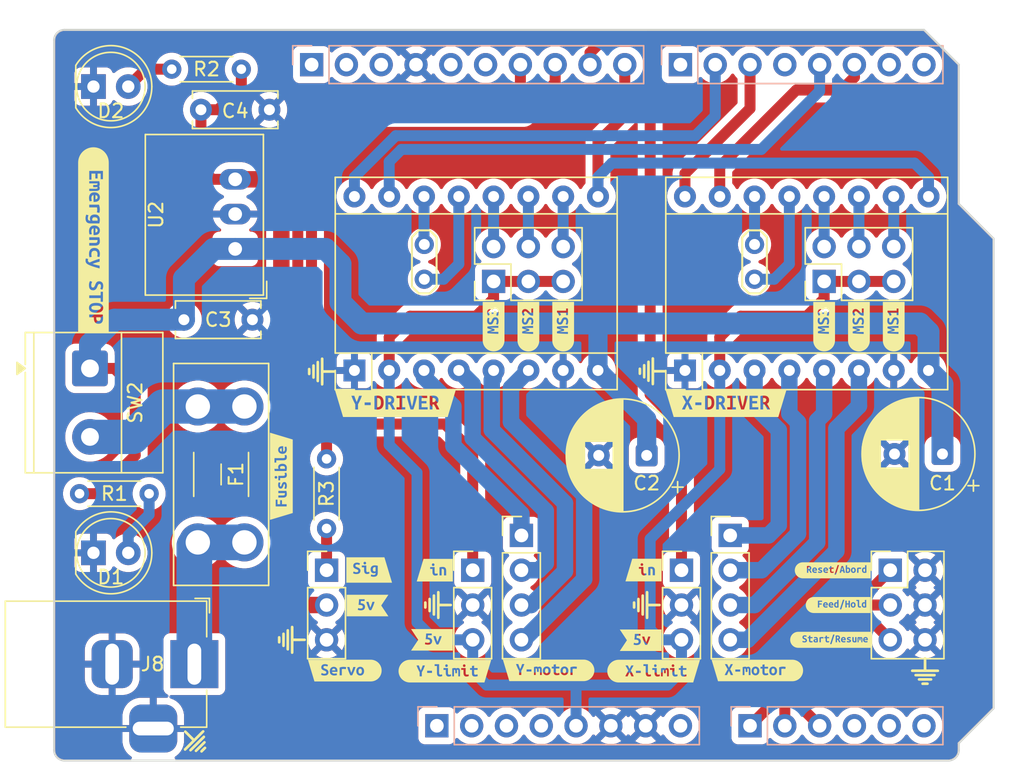
<source format=kicad_pcb>
(kicad_pcb (version 20241229) (generator "pcbnew") (generator_version "9.0")
  (title_block (date "mar. 31 mars 2015"))
  (layers (0 "F.Cu" signal) (2 "B.Cu" signal) (13 "F.Paste" user) (15 "B.Paste" user) (5 "F.SilkS" user "F.Silkscreen") (7 "B.SilkS" user "B.Silkscreen") (1 "F.Mask" user) (3 "B.Mask" user) (25 "Edge.Cuts" user))
  (net 0 "")
  (net 1 "GND")
  (net 3 "+5V")
  (net 4 "/IOREF")
  (net 5 "/A3")
  (net 6 "/SDA{slash}A4")
  (net 7 "/SCL{slash}A5")
  (net 8 "/13")
  (net 9 "/12")
  (net 10 "/AREF")
  (net 11 "Net-(A1-1B)")
  (net 12 "/7")
  (net 13 "+12V")
  (net 14 "EnMotors")
  (net 15 "/4")
  (net 16 "/TX{slash}1")
  (net 17 "/RX{slash}0")
  (net 18 "+3V3")
  (net 19 "VCC")
  (net 20 "/~{RESET}")
  (net 21 "Net-(A1-2B)")
  (net 22 "Net-(A1-1A)")
  (net 23 "Net-(A1-~{SLEEP})")
  (net 24 "Net-(A1-2A)")
  (net 25 "Net-(A1-~{RESET})")
  (net 26 "Servo")
  (net 27 "Y_Limit")
  (net 28 "X_Limit")
  (net 29 "Net-(D1-A)")
  (net 30 "Net-(A1-MS2)")
  (net 31 "X_DIR")
  (net 32 "Net-(A1-MS3)")
  (net 33 "Net-(A1-MS1)")
  (net 34 "X_STEP")
  (net 35 "Net-(A2-2B)")
  (net 36 "Y_DIR")
  (net 37 "Net-(A2-MS2)")
  (net 38 "Net-(A2-1A)")
  (net 39 "Net-(A2-2A)")
  (net 40 "Net-(A2-1B)")
  (net 41 "Y_STEP")
  (net 42 "Net-(A2-~{SLEEP})")
  (net 43 "Net-(A2-MS3)")
  (net 44 "Net-(A2-~{RESET})")
  (net 45 "Net-(A2-MS1)")
  (net 46 "Net-(F1-Pad1)")
  (net 47 "Net-(SW2-B)")
  (net 48 "Net-(D2-A)")
  (net 49 "+5P")
  (net 50 "Net-(J5-Pin_1)")
  (net 51 "Feed{slash}Hold")
  (net 52 "Start{slash}Resume")
  (net 53 "Reset{slash}Abord")
  (net 54 "/SCL")
  (net 55 "/SDA")
  (footprint "Connector_PinHeader_2.54mm:PinHeader_1x03_P2.54mm_Vertical" (layer "F.Cu") (at 130.556 86.106)
    (property "Reference" "J7" (hide yes))
    (property "Value" "Y-Limit-Switch")
    (pad "1" thru_hole rect (at 0 0) (size 1.7 1.7) (drill 1) (layers "*.Cu" "*.Mask") (net 27 "Y_Limit"))
    (pad "2" thru_hole circle (at 0 2.54) (size 1.7 1.7) (drill 1) (layers "*.Cu" "*.Mask") (net 1 "GND"))
    (pad "3" thru_hole circle (at 0 5.08) (size 1.7 1.7) (drill 1) (layers "*.Cu" "*.Mask") (net 3 "+5V"))
  )
  (footprint "kibuzzard-68AC6F3F" (layer "F.Cu") (at 143.023709 86.094066)
    (property "Reference" "kibuzzard-68AC6F3F" (hide yes))
    (property "Value" "G***" (hide yes))
  )
  (footprint "kibuzzard-68AC7035" (layer "F.Cu") (at 137.16 68.326 90)
    (property "Reference" "kibuzzard-68AC7035" (hide yes))
    (property "Value" "G***" (hide yes))
  )
  (footprint "LOGO" (layer "F.Cu") (at 143.256 88.646 -90)
    (property "Reference" "G***" (hide yes))
    (property "Value" "LOGO" (hide yes))
  )
  (footprint "kibuzzard-68AC6E2C" (layer "F.Cu") (at 143.764 93.472)
    (property "Reference" "kibuzzard-68AC6E2C" (hide yes))
    (property "Value" "G***" (hide yes))
  )
  (footprint "kibuzzard-68AC6E46" (layer "F.Cu") (at 151.333084 93.424961)
    (property "Reference" "kibuzzard-68AC6E46" (hide yes))
    (property "Value" "G***" (hide yes))
  )
  (footprint "Converter_DCDC:Converter_DCDC_RECOM_R-78E-0.5_THT" (layer "F.Cu") (at 113.21605 62.65023 90)
    (property "Reference" "U2" (at 2.49 -5.77405 90) (layer "F.SilkS"))
    (property "Value" "R-78E5.0-1.0")
    (pad "1" thru_hole rect (at 0 0 90) (size 1.5 2.3) (drill 1) (layers "*.Cu" "*.Mask") (net 13 "+12V"))
    (pad "2" thru_hole oval (at 2.54 0 90) (size 1.5 2.3) (drill 1) (layers "*.Cu" "*.Mask") (net 1 "GND"))
    (pad "3" thru_hole oval (at 5.08 0 90) (size 1.5 2.3) (drill 1) (layers "*.Cu" "*.Mask") (net 49 "+5P"))
  )
  (footprint "Capacitor_THT:CP_Radial_D8.0mm_P3.50mm" (layer "F.Cu") (at 143.256 77.724 180)
    (property "Reference" "C2" (at 0 -2.032 0) (layer "F.SilkS"))
    (property "Value" "100uF")
    (pad "1" thru_hole roundrect (at 0 0 180) (size 1.6 1.6) (drill 0.8) (layers "*.Cu" "*.Mask") (roundrect_rratio 0.15625) (net 13 "+12V"))
    (pad "2" thru_hole circle (at 3.5 0 180) (size 1.6 1.6) (drill 0.8) (layers "*.Cu" "*.Mask") (net 1 "GND"))
  )
  (footprint "kibuzzard-68AC6EF6" (layer "F.Cu") (at 127.577209 91.187816)
    (property "Reference" "kibuzzard-68AC6EF6" (hide yes))
    (property "Value" "G***" (hide yes))
  )
  (footprint "kibuzzard-68AC7082" (layer "F.Cu") (at 102.87 61.976 -90)
    (property "Reference" "kibuzzard-68AC7082" (hide yes))
    (property "Value" "G***" (hide yes))
  )
  (footprint "kibuzzard-68AC7035" (layer "F.Cu") (at 161.29 68.326 90)
    (property "Reference" "kibuzzard-68AC7035" (hide yes))
    (property "Value" "G***" (hide yes))
  )
  (footprint "kibuzzard-68AC6F3F" (layer "F.Cu") (at 127.785976 86.103939)
    (property "Reference" "kibuzzard-68AC6F3F" (hide yes))
    (property "Value" "G***" (hide yes))
  )
  (footprint "LED_THT:LED_D5.0mm" (layer "F.Cu") (at 102.87 84.836)
    (property "Reference" "D1" (at 1.27 1.778 0) (layer "F.SilkS"))
    (property "Value" "5mm RED")
    (pad "1" thru_hole rect (at 0 0) (size 1.8 1.8) (drill 0.9) (layers "*.Cu" "*.Mask") (net 1 "GND"))
    (pad "2" thru_hole circle (at 2.54 0) (size 1.8 1.8) (drill 0.9) (layers "*.Cu" "*.Mask") (net 29 "Net-(D1-A)"))
  )
  (footprint "kibuzzard-68AC6F9A" (layer "F.Cu") (at 156.718 91.186)
    (property "Reference" "kibuzzard-68AC6F9A" (hide yes))
    (property "Value" "G***" (hide yes))
  )
  (footprint "kibuzzard-68AC7044" (layer "F.Cu") (at 134.62 68.326 90)
    (property "Reference" "kibuzzard-68AC7044" (hide yes))
    (property "Value" "G***" (hide yes))
  )
  (footprint "Resistor_THT:R_Axial_DIN0204_L3.6mm_D1.6mm_P5.08mm_Horizontal" (layer "F.Cu") (at 113.665 49.53 180)
    (property "Reference" "R2" (at 2.54 0 0) (layer "F.SilkS"))
    (property "Value" "1K")
    (pad "1" thru_hole circle (at 0 0 180) (size 1.4 1.4) (drill 0.7) (layers "*.Cu" "*.Mask") (net 49 "+5P"))
    (pad "2" thru_hole circle (at 5.08 0 180) (size 1.4 1.4) (drill 0.7) (layers "*.Cu" "*.Mask") (net 48 "Net-(D2-A)"))
  )
  (footprint "Connector_PinHeader_2.54mm:PinHeader_1x03_P2.54mm_Vertical" (layer "F.Cu") (at 119.888 86.106)
    (property "Reference" "J5" (hide yes))
    (property "Value" "Servomoteur")
    (pad "1" thru_hole rect (at 0 0) (size 1.7 1.7) (drill 1) (layers "*.Cu" "*.Mask") (net 50 "Net-(J5-Pin_1)"))
    (pad "2" thru_hole circle (at 0 2.54) (size 1.7 1.7) (drill 1) (layers "*.Cu" "*.Mask") (net 49 "+5P"))
    (pad "3" thru_hole circle (at 0 5.08) (size 1.7 1.7) (drill 1) (layers "*.Cu" "*.Mask") (net 1 "GND"))
  )
  (footprint "kibuzzard-68AC6E4C" (layer "F.Cu") (at 136.097618 93.417355)
    (property "Reference" "kibuzzard-68AC6E4C" (hide yes))
    (property "Value" "G***" (hide yes))
  )
  (footprint "Connector_PinHeader_2.54mm:PinHeader_1x04_P2.54mm_Vertical" (layer "F.Cu") (at 149.352 83.566)
    (property "Reference" "J9" (hide yes))
    (property "Value" "X_Stepper")
    (pad "1" thru_hole rect (at 0 0) (size 1.7 1.7) (drill 1) (layers "*.Cu" "*.Mask") (net 11 "Net-(A1-1B)"))
    (pad "2" thru_hole circle (at 0 2.54) (size 1.7 1.7) (drill 1) (layers "*.Cu" "*.Mask") (net 22 "Net-(A1-1A)"))
    (pad "3" thru_hole circle (at 0 5.08) (size 1.7 1.7) (drill 1) (layers "*.Cu" "*.Mask") (net 24 "Net-(A1-2A)"))
    (pad "4" thru_hole circle (at 0 7.62) (size 1.7 1.7) (drill 1) (layers "*.Cu" "*.Mask") (net 21 "Net-(A1-2B)"))
  )
  (footprint "Connector_PinHeader_2.54mm:PinHeader_2x03_P2.54mm_Vertical" (layer "F.Cu") (at 161.036 86.106)
    (property "Reference" "J13" (hide yes))
    (property "Value" "HID")
    (pad "1" thru_hole rect (at 0 0) (size 1.7 1.7) (drill 1) (layers "*.Cu" "*.Mask") (net 53 "Reset{slash}Abord"))
    (pad "2" thru_hole circle (at 2.54 0) (size 1.7 1.7) (drill 1) (layers "*.Cu" "*.Mask") (net 1 "GND"))
    (pad "3" thru_hole circle (at 0 2.54) (size 1.7 1.7) (drill 1) (layers "*.Cu" "*.Mask") (net 51 "Feed{slash}Hold"))
    (pad "4" thru_hole circle (at 2.54 2.54) (size 1.7 1.7) (drill 1) (layers "*.Cu" "*.Mask") (net 1 "GND"))
    (pad "5" thru_hole circle (at 0 5.08) (size 1.7 1.7) (drill 1) (layers "*.Cu" "*.Mask") (net 52 "Start{slash}Resume"))
    (pad "6" thru_hole circle (at 2.54 5.08) (size 1.7 1.7) (drill 1) (layers "*.Cu" "*.Mask") (net 1 "GND"))
  )
  (footprint "Connector_PinHeader_2.54mm:PinHeader_1x04_P2.54mm_Vertical" (layer "F.Cu") (at 134.112 83.566)
    (property "Reference" "J12" (hide yes))
    (property "Value" "Y_Stepper")
    (pad "1" thru_hole rect (at 0 0) (size 1.7 1.7) (drill 1) (layers "*.Cu" "*.Mask") (net 40 "Net-(A2-1B)"))
    (pad "2" thru_hole circle (at 0 2.54) (size 1.7 1.7) (drill 1) (layers "*.Cu" "*.Mask") (net 38 "Net-(A2-1A)"))
    (pad "3" thru_hole circle (at 0 5.08) (size 1.7 1.7) (drill 1) (layers "*.Cu" "*.Mask") (net 39 "Net-(A2-2A)"))
    (pad "4" thru_hole circle (at 0 7.62) (size 1.7 1.7) (drill 1) (layers "*.Cu" "*.Mask") (net 35 "Net-(A2-2B)"))
  )
  (footprint "Connector_BarrelJack:BarrelJack_Horizontal" (layer "F.Cu") (at 110.236 92.964)
    (property "Reference" "J8" (at -3.048 0 0) (layer "F.SilkS"))
    (property "Value" "Barrel_Jack_Switch")
    (pad "1" thru_hole rect (at 0 0) (size 3.5 3.5) (drill oval 1 3) (layers "*.Cu" "*.Mask") (net 46 "Net-(F1-Pad1)"))
    (pad "2" thru_hole roundrect (at -6 0) (size 3 3.5) (drill oval 1 3) (layers "*.Cu" "*.Mask") (net 1 "GND"))
    (pad "3" thru_hole roundrect (at -3 4.7) (size 3.5 3.5) (drill oval 3 1) (layers "*.Cu" "*.Mask") (net 1 "GND"))
  )
  (footprint "LOGO" (layer "F.Cu") (at 143.677724 71.581088 -90)
    (property "Reference" "G***" (hide yes))
    (property "Value" "LOGO" (hide yes))
  )
  (footprint "kibuzzard-68AC6FF4" (layer "F.Cu") (at 124.91029 73.938602)
    (property "Reference" "kibuzzard-68AC6FF4" (hide yes))
    (property "Value" "G***" (hide yes))
  )
  (footprint "kibuzzard-68AC6EBA" (layer "F.Cu") (at 121.216022 93.431655)
    (property "Reference" "kibuzzard-68AC6EBA" (hide yes))
    (property "Value" "G***" (hide yes))
  )
  (footprint "kibuzzard-68AC7044" (layer "F.Cu") (at 158.75 68.326 90)
    (property "Reference" "kibuzzard-68AC7044" (hide yes))
    (property "Value" "G***" (hide yes))
  )
  (footprint "Module:Pololu_Breakout-16_15.2x20.3mm" (layer "F.Cu") (at 146.05 71.524 90)
    (property "Reference" "A1" (hide yes))
    (property "Value" "Pololu_Breakout_A4988")
    (pad "1" thru_hole rect (at 0 0 90) (size 1.6 1.6) (drill 0.8) (layers "*.Cu" "*.Mask") (net 1 "GND"))
    (pad "2" thru_hole oval (at 0 2.54 90) (size 1.6 1.6) (drill 0.8) (layers "*.Cu" "*.Mask") (net 3 "+5V"))
    (pad "3" thru_hole oval (at 0 5.08 90) (size 1.6 1.6) (drill 0.8) (layers "*.Cu" "*.Mask") (net 11 "Net-(A1-1B)"))
    (pad "4" thru_hole oval (at 0 7.62 90) (size 1.6 1.6) (drill 0.8) (layers "*.Cu" "*.Mask") (net 22 "Net-(A1-1A)"))
    (pad "5" thru_hole oval (at 0 10.16 90) (size 1.6 1.6) (drill 0.8) (layers "*.Cu" "*.Mask") (net 24 "Net-(A1-2A)"))
    (pad "6" thru_hole oval (at 0 12.7 90) (size 1.6 1.6) (drill 0.8) (layers "*.Cu" "*.Mask") (net 21 "Net-(A1-2B)"))
    (pad "7" thru_hole oval (at 0 15.24 90) (size 1.6 1.6) (drill 0.8) (layers "*.Cu" "*.Mask") (net 1 "GND"))
    (pad "8" thru_hole oval (at 0 17.78 90) (size 1.6 1.6) (drill 0.8) (layers "*.Cu" "*.Mask") (net 13 "+12V"))
    (pad "9" thru_hole oval (at 12.7 17.78 90) (size 1.6 1.6) (drill 0.8) (layers "*.Cu" "*.Mask") (net 14 "EnMotors"))
    (pad "10" thru_hole oval (at 12.7 15.24 90) (size 1.6 1.6) (drill 0.8) (layers "*.Cu" "*.Mask") (net 33 "Net-(A1-MS1)"))
    (pad "11" thru_hole oval (at 12.7 12.7 90) (size 1.6 1.6) (drill 0.8) (layers "*.Cu" "*.Mask") (net 30 "Net-(A1-MS2)"))
    (pad "12" thru_hole oval (at 12.7 10.16 90) (size 1.6 1.6) (drill 0.8) (layers "*.Cu" "*.Mask") (net 32 "Net-(A1-MS3)"))
    (pad "13" thru_hole oval (at 12.7 7.62 90) (size 1.6 1.6) (drill 0.8) (layers "*.Cu" "*.Mask") (net 25 "Net-(A1-~{RESET})"))
    (pad "14" thru_hole oval (at 12.7 5.08 90) (size 1.6 1.6) (drill 0.8) (layers "*.Cu" "*.Mask") (net 23 "Net-(A1-~{SLEEP})"))
    (pad "15" thru_hole oval (at 12.7 2.54 90) (size 1.6 1.6) (drill 0.8) (layers "*.Cu" "*.Mask") (net 34 "X_STEP"))
    (pad "16" thru_hole oval (at 12.7 0 90) (size 1.6 1.6) (drill 0.8) (layers "*.Cu" "*.Mask") (net 31 "X_DIR"))
  )
  (footprint "Capacitor_THT:CP_Radial_D8.0mm_P3.50mm" (layer "F.Cu") (at 164.847651 77.619 180)
    (property "Reference" "C1" (at 0.001651 -2.137 0) (layer "F.SilkS"))
    (property "Value" "100uF")
    (pad "1" thru_hole roundrect (at 0 0 180) (size 1.6 1.6) (drill 0.8) (layers "*.Cu" "*.Mask") (roundrect_rratio 0.15625) (net 13 "+12V"))
    (pad "2" thru_hole circle (at 3.5 0 180) (size 1.6 1.6) (drill 0.8) (layers "*.Cu" "*.Mask") (net 1 "GND"))
  )
  (footprint "TestPoint:TestPoint_2Pads_Pitch2.54mm_Drill0.8mm" (layer "F.Cu") (at 151.13 62.324 -90)
    (property "Reference" "JP1" (hide yes))
    (property "Value" "Jumper_2_Open")
    (pad "1" thru_hole circle (at 0 0 270) (size 1.4 1.4) (drill 0.8) (layers "*.Cu" "*.Mask") (net 23 "Net-(A1-~{SLEEP})"))
    (pad "2" thru_hole circle (at 2.54 0 270) (size 1.4 1.4) (drill 0.8) (layers "*.Cu" "*.Mask") (net 25 "Net-(A1-~{RESET})"))
  )
  (footprint "Fuse:Fuseholder_Blade_Mini_Keystone_3568" (layer "F.Cu") (at 110.49 84.074 90)
    (property "Reference" "F1" (at 4.96 2.794 90) (layer "F.SilkS"))
    (property "Value" "Fuse")
    (pad "1" thru_hole circle (at 0 0 90) (size 2.78 2.78) (drill 1.78) (layers "*.Cu" "*.Mask") (net 46 "Net-(F1-Pad1)"))
    (pad "1" thru_hole circle (at 0 3.4 90) (size 2.78 2.78) (drill 1.78) (layers "*.Cu" "*.Mask") (net 46 "Net-(F1-Pad1)"))
    (pad "2" thru_hole circle (at 9.92 0 90) (size 2.78 2.78) (drill 1.78) (layers "*.Cu" "*.Mask") (net 47 "Net-(SW2-B)"))
    (pad "2" thru_hole circle (at 9.92 3.4 90) (size 2.78 2.78) (drill 1.78) (layers "*.Cu" "*.Mask") (net 47 "Net-(SW2-B)"))
  )
  (footprint "kibuzzard-68AC6EE0" (layer "F.Cu") (at 122.878734 88.683372)
    (property "Reference" "kibuzzard-68AC6EE0" (hide yes))
    (property "Value" "G***" (hide yes))
  )
  (footprint "kibuzzard-68AC7048" (layer "F.Cu") (at 132.08 68.326 90)
    (property "Reference" "kibuzzard-68AC7048" (hide yes))
    (property "Value" "G***" (hide yes))
  )
  (footprint "kibuzzard-68AC7048" (layer "F.Cu") (at 156.21 68.326 90)
    (property "Reference" "kibuzzard-68AC7048" (hide yes))
    (property "Value" "G***" (hide yes))
  )
  (footprint "kibuzzard-68AC71B3" (layer "F.Cu") (at 116.586 79.248 90)
    (property "Reference" "kibuzzard-68AC71B3" (hide yes))
    (property "Value" "G***" (hide yes))
  )
  (footprint "Resistor_THT:R_Axial_DIN0204_L3.6mm_D1.6mm_P5.08mm_Horizontal" (layer "F.Cu") (at 101.854 80.518)
    (property "Reference" "R1" (at 2.54 0 0) (layer "F.SilkS"))
    (property "Value" "1K")
    (pad "1" thru_hole circle (at 0 0) (size 1.4 1.4) (drill 0.7) (layers "*.Cu" "*.Mask") (net 13 "+12V"))
    (pad "2" thru_hole circle (at 5.08 0) (size 1.4 1.4) (drill 0.7) (layers "*.Cu" "*.Mask") (net 29 "Net-(D1-A)"))
  )
  (footprint "Connector_PinHeader_2.54mm:PinHeader_1x03_P2.54mm_Vertical" (layer "F.Cu") (at 145.796 86.106)
    (property "Reference" "J6" (hide yes))
    (property "Value" "X-Limit-Switch")
    (pad "1" thru_hole rect (at 0 0) (size 1.7 1.7) (drill 1) (layers "*.Cu" "*.Mask") (net 28 "X_Limit"))
    (pad "2" thru_hole circle (at 0 2.54) (size 1.7 1.7) (drill 1) (layers "*.Cu" "*.Mask") (net 1 "GND"))
    (pad "3" thru_hole circle (at 0 5.08) (size 1.7 1.7) (drill 1) (layers "*.Cu" "*.Mask") (net 3 "+5V"))
  )
  (footprint "kibuzzard-68AC7005" (layer "F.Cu") (at 149.046439 73.938602)
    (property "Reference" "kibuzzard-68AC7005" (hide yes))
    (property "Value" "G***" (hide yes))
  )
  (footprint "kibuzzard-68AC6F70" (layer "F.Cu") (at 156.833288 86.112793)
    (property "Reference" "kibuzzard-68AC6F70" (hide yes))
    (property "Value" "G***" (hide yes))
  )
  (footprint "Connector_PinHeader_2.54mm:PinHeader_2x03_P2.54mm_Vertical" (layer "F.Cu") (at 156.21 65.024 90)
    (property "Reference" "J10" (hide yes))
    (property "Value" "Microstepping")
    (pad "1" thru_hole rect (at 0 0 90) (size 1.7 1.7) (drill 1) (layers "*.Cu" "*.Mask") (net 3 "+5V"))
    (pad "2" thru_hole circle (at 2.54 0 90) (size 1.7 1.7) (drill 1) (layers "*.Cu" "*.Mask") (net 32 "Net-(A1-MS3)"))
    (pad "3" thru_hole circle (at 0 2.54 90) (size 1.7 1.7) (drill 1) (layers "*.Cu" "*.Mask") (net 3 "+5V"))
    (pad "4" thru_hole circle (at 2.54 2.54 90) (size 1.7 1.7) (drill 1) (layers "*.Cu" "*.Mask") (net 30 "Net-(A1-MS2)"))
    (pad "5" thru_hole circle (at 0 5.08 90) (size 1.7 1.7) (drill 1) (layers "*.Cu" "*.Mask") (net 3 "+5V"))
    (pad "6" thru_hole circle (at 2.54 5.08 90) (size 1.7 1.7) (drill 1) (layers "*.Cu" "*.Mask") (net 33 "Net-(A1-MS1)"))
  )
  (footprint "LOGO" (layer "F.Cu") (at 163.576 93.472)
    (property "Reference" "G***" (hide yes))
    (property "Value" "LOGO" (hide yes))
  )
  (footprint "LOGO" (layer "F.Cu") (at 119.537899 71.6005 -90)
    (property "Reference" "G***" (hide yes))
    (property "Value" "LOGO" (hide yes))
  )
  (footprint "Connector_PinHeader_2.54mm:PinHeader_2x03_P2.54mm_Vertical" (layer "F.Cu") (at 132.08 65.024 90)
    (property "Reference" "J11" (hide yes))
    (property "Value" "Microstepping")
    (pad "1" thru_hole rect (at 0 0 90) (size 1.7 1.7) (drill 1) (layers "*.Cu" "*.Mask") (net 3 "+5V"))
    (pad "2" thru_hole circle (at 2.54 0 90) (size 1.7 1.7) (drill 1) (layers "*.Cu" "*.Mask") (net 43 "Net-(A2-MS3)"))
    (pad "3" thru_hole circle (at 0 2.54 90) (size 1.7 1.7) (drill 1) (layers "*.Cu" "*.Mask") (net 3 "+5V"))
    (pad "4" thru_hole circle (at 2.54 2.54 90) (size 1.7 1.7) (drill 1) (layers "*.Cu" "*.Mask") (net 37 "Net-(A2-MS2)"))
    (pad "5" thru_hole circle (at 0 5.08 90) (size 1.7 1.7) (drill 1) (layers "*.Cu" "*.Mask") (net 3 "+5V"))
    (pad "6" thru_hole circle (at 2.54 5.08 90) (size 1.7 1.7) (drill 1) (layers "*.Cu" "*.Mask") (net 45 "Net-(A2-MS1)"))
  )
  (footprint "kibuzzard-68AC6E26" (layer "F.Cu") (at 128.524 93.472)
    (property "Reference" "kibuzzard-68AC6E26" (hide yes))
    (property "Value" "G***" (hide yes))
  )
  (footprint "TestPoint:TestPoint_2Pads_Pitch2.54mm_Drill0.8mm" (layer "F.Cu") (at 127.02 62.324 -90)
    (property "Reference" "JP2" (hide yes))
    (property "Value" "Jumper_2_Open")
    (pad "1" thru_hole circle (at 0 0 270) (size 1.4 1.4) (drill 0.8) (layers "*.Cu" "*.Mask") (net 42 "Net-(A2-~{SLEEP})"))
    (pad "2" thru_hole circle (at 2.54 0 270) (size 1.4 1.4) (drill 0.8) (layers "*.Cu" "*.Mask") (net 44 "Net-(A2-~{RESET})"))
  )
  (footprint "LOGO" (layer "F.Cu") (at 117.348 91.186 -90)
    (property "Reference" "G***" (hide yes))
    (property "Value" "LOGO" (hide yes))
  )
  (footprint "LED_THT:LED_D5.0mm" (layer "F.Cu") (at 102.87 50.8)
    (property "Reference" "D2" (at 1.27 1.778 0) (layer "F.SilkS"))
    (property "Value" "5mm Green")
    (pad "1" thru_hole rect (at 0 0) (size 1.8 1.8) (drill 0.9) (layers "*.Cu" "*.Mask") (net 1 "GND"))
    (pad "2" thru_hole circle (at 2.54 0) (size 1.8 1.8) (drill 0.9) (layers "*.Cu" "*.Mask") (net 48 "Net-(D2-A)"))
  )
  (footprint "TerminalBlock_Phoenix:TerminalBlock_Phoenix_MKDS-1,5-2_1x02_P5.00mm_Horizontal" (layer "F.Cu") (at 102.616 71.374 -90)
    (property "Reference" "SW2" (at 2.5 -3.302 90) (layer "F.SilkS"))
    (property "Value" "Emergency_Stop")
    (pad "1" thru_hole roundrect (at 0 0 270) (size 2.6 2.6) (drill 1.3) (layers "*.Cu" "*.Mask") (roundrect_rratio 0.096154) (net 13 "+12V"))
    (pad "2" thru_hole circle (at 5 0 270) (size 2.6 2.6) (drill 1.3) (layers "*.Cu" "*.Mask") (net 47 "Net-(SW2-B)"))
  )
  (footprint "LOGO" (layer "F.Cu") (at 110.236 98.552 45)
    (property "Reference" "G***" (hide yes))
    (property "Value" "LOGO" (hide yes))
  )
  (footprint "kibuzzard-68AC6EF6" (layer "F.Cu") (at 142.813359 91.218033)
    (property "Reference" "kibuzzard-68AC6EF6" (hide yes))
    (property "Value" "G***" (hide yes))
  )
  (footprint "kibuzzard-68AC6F8C" (layer "F.Cu") (at 157.226 88.646)
    (property "Reference" "kibuzzard-68AC6F8C" (hide yes))
    (property "Value" "G***" (hide yes))
  )
  (footprint "Capacitor_THT:C_Disc_D6.0mm_W2.5mm_P5.00mm" (layer "F.Cu") (at 109.474 67.818)
    (property "Reference" "C3" (at 2.5 0 0) (layer "F.SilkS"))
    (property "Value" "10uF 25V")
    (pad "1" thru_hole circle (at 0 0) (size 1.6 1.6) (drill 0.8) (layers "*.Cu" "*.Mask") (net 13 "+12V"))
    (pad "2" thru_hole circle (at 5 0) (size 1.6 1.6) (drill 0.8) (layers "*.Cu" "*.Mask") (net 1 "GND"))
  )
  (footprint "Module:Pololu_Breakout-16_15.2x20.3mm" (layer "F.Cu") (at 121.92 71.524 90)
    (property "Reference" "A2" (hide yes))
    (property "Value" "Pololu_Breakout_A4988")
    (pad "1" thru_hole rect (at 0 0 90) (size 1.6 1.6) (drill 0.8) (layers "*.Cu" "*.Mask") (net 1 "GND"))
    (pad "2" thru_hole oval (at 0 2.54 90) (size 1.6 1.6) (drill 0.8) (layers "*.Cu" "*.Mask") (net 3 "+5V"))
    (pad "3" thru_hole oval (at 0 5.08 90) (size 1.6 1.6) (drill 0.8) (layers "*.Cu" "*.Mask") (net 40 "Net-(A2-1B)"))
    (pad "4" thru_hole oval (at 0 7.62 90) (size 1.6 1.6) (drill 0.8) (layers "*.Cu" "*.Mask") (net 38 "Net-(A2-1A)"))
    (pad "5" thru_hole oval (at 0 10.16 90) (size 1.6 1.6) (drill 0.8) (layers "*.Cu" "*.Mask") (net 39 "Net-(A2-2A)"))
    (pad "6" thru_hole oval (at 0 12.7 90) (size 1.6 1.6) (drill 0.8) (layers "*.Cu" "*.Mask") (net 35 "Net-(A2-2B)"))
    (pad "7" thru_hole oval (at 0 15.24 90) (size 1.6 1.6) (drill 0.8) (layers "*.Cu" "*.Mask") (net 1 "GND"))
    (pad "8" thru_hole oval (at 0 17.78 90) (size 1.6 1.6) (drill 0.8) (layers "*.Cu" "*.Mask") (net 13 "+12V"))
    (pad "9" thru_hole oval (at 12.7 17.78 90) (size 1.6 1.6) (drill 0.8) (layers "*.Cu" "*.Mask") (net 14 "EnMotors"))
    (pad "10" thru_hole oval (at 12.7 15.24 90) (size 1.6 1.6) (drill 0.8) (layers "*.Cu" "*.Mask") (net 45 "Net-(A2-MS1)"))
    (pad "11" thru_hole oval (at 12.7 12.7 90) (size 1.6 1.6) (drill 0.8) (layers "*.Cu" "*.Mask") (net 37 "Net-(A2-MS2)"))
    (pad "12" thru_hole oval (at 12.7 10.16 90) (size 1.6 1.6) (drill 0.8) (layers "*.Cu" "*.Mask") (net 43 "Net-(A2-MS3)"))
    (pad "13" thru_hole oval (at 12.7 7.62 90) (size 1.6 1.6) (drill 0.8) (layers "*.Cu" "*.Mask") (net 44 "Net-(A2-~{RESET})"))
    (pad "14" thru_hole oval (at 12.7 5.08 90) (size 1.6 1.6) (drill 0.8) (layers "*.Cu" "*.Mask") (net 42 "Net-(A2-~{SLEEP})"))
    (pad "15" thru_hole oval (at 12.7 2.54 90) (size 1.6 1.6) (drill 0.8) (layers "*.Cu" "*.Mask") (net 41 "Y_STEP"))
    (pad "16" thru_hole oval (at 12.7 0 90) (size 1.6 1.6) (drill 0.8) (layers "*.Cu" "*.Mask") (net 36 "Y_DIR"))
  )
  (footprint "Capacitor_THT:C_Disc_D6.0mm_W2.5mm_P5.00mm" (layer "F.Cu") (at 110.71605 52.49023)
    (property "Reference" "C4" (at 2.5 0.08777 0) (layer "F.SilkS"))
    (property "Value" "10uF 25V")
    (pad "1" thru_hole circle (at 0 0) (size 1.6 1.6) (drill 0.8) (layers "*.Cu" "*.Mask") (net 49 "+5P"))
    (pad "2" thru_hole circle (at 5 0) (size 1.6 1.6) (drill 0.8) (layers "*.Cu" "*.Mask") (net 1 "GND"))
  )
  (footprint "LOGO" (layer "F.Cu") (at 128.016 88.646 -90)
    (property "Reference" "G***" (hide yes))
    (property "Value" "LOGO" (hide yes))
  )
  (footprint "kibuzzard-68AC6F25" (layer "F.Cu") (at 123.000528 86.090062)
    (property "Reference" "kibuzzard-68AC6F25" (hide yes))
    (property "Value" "G***" (hide yes))
  )
  (footprint "Resistor_THT:R_Axial_DIN0204_L3.6mm_D1.6mm_P5.08mm_Horizontal" (layer "F.Cu") (at 119.888 77.978 -90)
    (property "Reference" "R3" (at 2.54 0 90) (layer "F.SilkS"))
    (property "Value" "220")
    (pad "1" thru_hole circle (at 0 0 270) (size 1.4 1.4) (drill 0.7) (layers "*.Cu" "*.Mask") (net 26 "Servo"))
    (pad "2" thru_hole circle (at 5.08 0 270) (size 1.4 1.4) (drill 0.7) (layers "*.Cu" "*.Mask") (net 50 "Net-(J5-Pin_1)"))
  )
  (footprint "Connector_PinHeader_2.54mm:PinHeader_1x08_P2.54mm_Vertical" (layer "B.Cu") (at 127.94 97.46 -90)
    (property "Reference" "J1" (hide yes))
    (property "Value" "Power")
    (pad "1" thru_hole rect (at 0 0 270) (size 1.7 1.7) (drill 1) (layers "*.Cu" "*.Mask"))
    (pad "2" thru_hole circle (at 0 -2.54 270) (size 1.7 1.7) (drill 1) (layers "*.Cu" "*.Mask") (net 4 "/IOREF"))
    (pad "3" thru_hole circle (at 0 -5.08 270) (size 1.7 1.7) (drill 1) (layers "*.Cu" "*.Mask") (net 20 "/~{RESET}"))
    (pad "4" thru_hole circle (at 0 -7.62 270) (size 1.7 1.7) (drill 1) (layers "*.Cu" "*.Mask") (net 18 "+3V3"))
    (pad "5" thru_hole circle (at 0 -10.16 270) (size 1.7 1.7) (drill 1) (layers "*.Cu" "*.Mask") (net 3 "+5V"))
    (pad "6" thru_hole circle (at 0 -12.7 270) (size 1.7 1.7) (drill 1) (layers "*.Cu" "*.Mask") (net 1 "GND"))
    (pad "7" thru_hole circle (at 0 -15.24 270) (size 1.7 1.7) (drill 1) (layers "*.Cu" "*.Mask") (net 1 "GND"))
    (pad "8" thru_hole circle (at 0 -17.78 270) (size 1.7 1.7) (drill 1) (layers "*.Cu" "*.Mask") (net 19 "VCC"))
  )
  (footprint "Connector_PinHeader_2.54mm:PinHeader_1x06_P2.54mm_Vertical" (layer "B.Cu") (at 150.8 97.46 -90)
    (property "Reference" "J3" (hide yes))
    (property "Value" "Analog")
    (pad "1" thru_hole rect (at 0 0 270) (size 1.7 1.7) (drill 1) (layers "*.Cu" "*.Mask") (net 53 "Reset{slash}Abord"))
    (pad "2" thru_hole circle (at 0 -2.54 270) (size 1.7 1.7) (drill 1) (layers "*.Cu" "*.Mask") (net 51 "Feed{slash}Hold"))
    (pad "3" thru_hole circle (at 0 -5.08 270) (size 1.7 1.7) (drill 1) (layers "*.Cu" "*.Mask") (net 52 "Start{slash}Resume"))
    (pad "4" thru_hole circle (at 0 -7.62 270) (size 1.7 1.7) (drill 1) (layers "*.Cu" "*.Mask") (net 5 "/A3"))
    (pad "5" thru_hole circle (at 0 -10.16 270) (size 1.7 1.7) (drill 1) (layers "*.Cu" "*.Mask") (net 6 "/SDA{slash}A4"))
    (pad "6" thru_hole circle (at 0 -12.7 270) (size 1.7 1.7) (drill 1) (layers "*.Cu" "*.Mask") (net 7 "/SCL{slash}A5"))
  )
  (footprint "Connector_PinHeader_2.54mm:PinHeader_1x10_P2.54mm_Vertical" (layer "B.Cu") (at 118.796 49.2 -90)
    (property "Reference" "J2" (hide yes))
    (property "Value" "Digital/PWM")
    (pad "1" thru_hole rect (at 0 0 270) (size 1.7 1.7) (drill 1) (layers "*.Cu" "*.Mask") (net 54 "/SCL"))
    (pad "2" thru_hole circle (at 0 -2.54 270) (size 1.7 1.7) (drill 1) (layers "*.Cu" "*.Mask") (net 55 "/SDA"))
    (pad "3" thru_hole circle (at 0 -5.08 270) (size 1.7 1.7) (drill 1) (layers "*.Cu" "*.Mask") (net 10 "/AREF"))
    (pad "4" thru_hole circle (at 0 -7.62 270) (size 1.7 1.7) (drill 1) (layers "*.Cu" "*.Mask") (net 1 "GND"))
    (pad "5" thru_hole circle (at 0 -10.16 270) (size 1.7 1.7) (drill 1) (layers "*.Cu" "*.Mask") (net 8 "/13"))
    (pad "6" thru_hole circle (at 0 -12.7 270) (size 1.7 1.7) (drill 1) (layers "*.Cu" "*.Mask") (net 9 "/12"))
    (pad "7" thru_hole circle (at 0 -15.24 270) (size 1.7 1.7) (drill 1) (layers "*.Cu" "*.Mask") (net 26 "Servo"))
    (pad "8" thru_hole circle (at 0 -17.78 270) (size 1.7 1.7) (drill 1) (layers "*.Cu" "*.Mask") (net 27 "Y_Limit"))
    (pad "9" thru_hole circle (at 0 -20.32 270) (size 1.7 1.7) (drill 1) (layers "*.Cu" "*.Mask") (net 28 "X_Limit"))
    (pad "10" thru_hole circle (at 0 -22.86 270) (size 1.7 1.7) (drill 1) (layers "*.Cu" "*.Mask") (net 14 "EnMotors"))
  )
  (footprint "Connector_PinHeader_2.54mm:PinHeader_1x08_P2.54mm_Vertical" (layer "B.Cu") (at 145.72 49.2 -90)
    (property "Reference" "J4" (hide yes))
    (property "Value" "Digital/PWM")
    (pad "1" thru_hole rect (at 0 0 270) (size 1.7 1.7) (drill 1) (layers "*.Cu" "*.Mask") (net 12 "/7"))
    (pad "2" thru_hole circle (at 0 -2.54 270) (size 1.7 1.7) (drill 1) (layers "*.Cu" "*.Mask") (net 36 "Y_DIR"))
    (pad "3" thru_hole circle (at 0 -5.08 270) (size 1.7 1.7) (drill 1) (layers "*.Cu" "*.Mask") (net 31 "X_DIR"))
    (pad "4" thru_hole circle (at 0 -7.62 270) (size 1.7 1.7) (drill 1) (layers "*.Cu" "*.Mask") (net 15 "/4"))
    (pad "5" thru_hole circle (at 0 -10.16 270) (size 1.7 1.7) (drill 1) (layers "*.Cu" "*.Mask") (net 41 "Y_STEP"))
    (pad "6" thru_hole circle (at 0 -12.7 270) (size 1.7 1.7) (drill 1) (layers "*.Cu" "*.Mask") (net 34 "X_STEP"))
    (pad "7" thru_hole circle (at 0 -15.24 270) (size 1.7 1.7) (drill 1) (layers "*.Cu" "*.Mask") (net 16 "/TX{slash}1"))
    (pad "8" thru_hole circle (at 0 -17.78 270) (size 1.7 1.7) (drill 1) (layers "*.Cu" "*.Mask") (net 17 "/RX{slash}0"))
  )
  (gr_line (start 166.04 59.36) (end 168.58 61.9) (stroke (width 0.15)) (layer "Edge.Cuts"))
  (gr_line (start 100 99.238) (end 100 47.422) (stroke (width 0.15)) (layer "Edge.Cuts"))
  (gr_line (start 168.58 61.9) (end 168.58 96.19) (stroke (width 0.15)) (layer "Edge.Cuts"))
  (gr_line (start 165.278 100) (end 100.762 100) (stroke (width 0.15)) (layer "Edge.Cuts"))
  (gr_line (start 100.762 46.66) (end 163.5 46.66) (stroke (width 0.15)) (layer "Edge.Cuts"))
  (gr_arc (start 100.762 100) (mid 100.223185 99.776815) (end 100 99.238) (stroke (width 0.15)) (layer "Edge.Cuts"))
  (gr_line (start 168.58 96.19) (end 166.04 98.73) (stroke (width 0.15)) (layer "Edge.Cuts"))
  (gr_line (start 163.5 46.66) (end 166.04 49.2) (stroke (width 0.15)) (layer "Edge.Cuts"))
  (gr_arc (start 166.04 99.238) (mid 165.816815 99.776815) (end 165.278 100) (stroke (width 0.15)) (layer "Edge.Cuts"))
  (gr_line (start 166.04 49.2) (end 166.04 59.36) (stroke (width 0.15)) (layer "Edge.Cuts"))
  (gr_line (start 166.04 98.73) (end 166.04 99.238) (stroke (width 0.15)) (layer "Edge.Cuts"))
  (gr_arc (start 100 47.422) (mid 100.223185 46.883185) (end 100.762 46.66) (stroke (width 0.15)) (layer "Edge.Cuts"))
  (segment (start 161.29 65.024) (end 158.75 65.024) (width 0.8) (layer "F.Cu") (net 3))
  (segment (start 154.94 67.564) (end 156.21 66.294) (width 0.8) (layer "F.Cu") (net 3))
  (segment (start 148.59 69.088) (end 150.114 67.564) (width 0.8) (layer "F.Cu") (net 3))
  (segment (start 148.59 71.524) (end 148.59 69.088) (width 0.8) (layer "F.Cu") (net 3))
  (segment (start 132.08 65.024) (end 132.08 66.294) (width 0.8) (layer "F.Cu") (net 3))
  (segment (start 150.114 67.564) (end 154.94 67.564) (width 0.8) (layer "F.Cu") (net 3))
  (segment (start 125.984 67.564) (end 124.46 69.088) (width 0.8) (layer "F.Cu") (net 3))
  (segment (start 156.21 66.294) (end 156.21 65.024) (width 0.8) (layer "F.Cu") (net 3))
  (segment (start 124.46 69.088) (end 124.46 71.524) (width 0.8) (layer "F.Cu") (net 3))
  (segment (start 134.62 65.024) (end 137.16 65.024) (width 0.8) (layer "F.Cu") (net 3))
  (segment (start 132.08 65.024) (end 134.62 65.024) (width 0.8) (layer "F.Cu") (net 3))
  (segment (start 132.08 66.294) (end 130.81 67.564) (width 0.8) (layer "F.Cu") (net 3))
  (segment (start 130.81 67.564) (end 125.984 67.564) (width 0.8) (layer "F.Cu") (net 3))
  (segment (start 156.21 65.024) (end 158.75 65.024) (width 0.8) (layer "F.Cu") (net 3))
  (segment (start 144.78 94.488) (end 145.796 93.472) (width 0.8) (layer "B.Cu") (net 3))
  (segment (start 138.1 94.488) (end 144.78 94.488) (width 0.8) (layer "B.Cu") (net 3))
  (segment (start 144.272 91.186) (end 145.796 91.186) (width 0.8) (layer "B.Cu") (net 3))
  (segment (start 126.492 78.994) (end 126.492 89.916) (width 0.8) (layer "B.Cu") (net 3))
  (segment (start 138.1 97.46) (end 138.1 94.488) (width 0.8) (layer "B.Cu") (net 3))
  (segment (start 148.59 71.524) (end 148.59 78.74) (width 0.8) (layer "B.Cu") (net 3))
  (segment (start 130.556 91.186) (end 130.556 93.472) (width 0.8) (layer "B.Cu") (net 3))
  (segment (start 124.46 71.524) (end 124.46 76.962) (width 0.8) (layer "B.Cu") (net 3))
  (segment (start 130.556 93.472) (end 131.572 94.488) (width 0.8) (layer "B.Cu") (net 3))
  (segment (start 145.796 93.472) (end 145.796 91.186) (width 0.8) (layer "B.Cu") (net 3))
  (segment (start 124.46 76.962) (end 126.492 78.994) (width 0.8) (layer "B.Cu") (net 3))
  (segment (start 131.572 94.488) (end 138.1 94.488) (width 0.8) (layer "B.Cu") (net 3))
  (segment (start 143.51 90.424) (end 144.272 91.186) (width 0.8) (layer "B.Cu") (net 3))
  (segment (start 127.762 91.186) (end 130.556 91.186) (width 0.8) (layer "B.Cu") (net 3))
  (segment (start 148.59 78.74) (end 143.51 83.82) (width 0.8) (layer "B.Cu") (net 3))
  (segment (start 143.51 83.82) (end 143.51 90.424) (width 0.8) (layer "B.Cu") (net 3))
  (segment (start 126.492 89.916) (end 127.762 91.186) (width 0.8) (layer "B.Cu") (net 3))
  (segment (start 152.9 82.812) (end 152.146 83.566) (width 1.2) (layer "B.Cu") (net 11))
  (segment (start 152.146 83.566) (end 149.352 83.566) (width 1.2) (layer "B.Cu") (net 11))
  (segment (start 151.13 71.524) (end 151.13 74.117313) (width 1.2) (layer "B.Cu") (net 11))
  (segment (start 152.9 75.887313) (end 152.9 82.812) (width 1.2) (layer "B.Cu") (net 11))
  (segment (start 151.13 74.117313) (end 152.9 75.887313) (width 1.2) (layer "B.Cu") (net 11))
  (segment (start 105.918 72.898) (end 104.394 71.374) (width 0.8) (layer "F.Cu") (net 13))
  (segment (start 101.854 80.518) (end 103.124 80.518) (width 0.8) (layer "F.Cu") (net 13))
  (segment (start 105.918 77.724) (end 105.918 72.898) (width 0.8) (layer "F.Cu") (net 13))
  (segment (start 103.124 80.518) (end 105.918 77.724) (width 0.8) (layer "F.Cu") (net 13))
  (segment (start 104.394 71.374) (end 102.616 71.374) (width 0.8) (layer "F.Cu") (net 13))
  (segment (start 163.83 71.524) (end 164.847651 72.541651) (width 1.6) (layer "B.Cu") (net 13))
  (segment (start 102.616 69.596) (end 104.394 67.818) (width 1.6) (layer "B.Cu") (net 13))
  (segment (start 119.80023 62.65023) (end 120.904 63.754) (width 1.6) (layer "B.Cu") (net 13))
  (segment (start 122.45 68.094) (end 139.7 68.094) (width 1.6) (layer "B.Cu") (net 13))
  (segment (start 109.474 67.818) (end 109.474 64.81978) (width 1.6) (layer "B.Cu") (net 13))
  (segment (start 139.7 71.524) (end 143.256 75.08) (width 1.4) (layer "B.Cu") (net 13))
  (segment (start 139.7 71.524) (end 139.7 68.094) (width 1.4) (layer "B.Cu") (net 13))
  (segment (start 104.394 67.818) (end 109.474 67.818) (width 1.6) (layer "B.Cu") (net 13))
  (segment (start 120.904 66.548) (end 122.45 68.094) (width 1.6) (layer "B.Cu") (net 13))
  (segment (start 163.195 68.094) (end 163.83 68.729) (width 1.6) (layer "B.Cu") (net 13))
  (segment (start 113.21605 62.65023) (end 119.80023 62.65023) (width 1.6) (layer "B.Cu") (net 13))
  (segment (start 109.474 64.81978) (end 111.64355 62.65023) (width 1.6) (layer "B.Cu") (net 13))
  (segment (start 111.64355 62.65023) (end 113.21605 62.65023) (width 1.6) (layer "B.Cu") (net 13))
  (segment (start 120.904 63.754) (end 120.904 66.548) (width 1.6) (layer "B.Cu") (net 13))
  (segment (start 139.7 68.094) (end 163.195 68.094) (width 1.6) (layer "B.Cu") (net 13))
  (segment (start 143.256 75.08) (end 143.256 77.724) (width 1.4) (layer "B.Cu") (net 13))
  (segment (start 102.616 71.374) (end 102.616 69.596) (width 1.6) (layer "B.Cu") (net 13))
  (segment (start 164.847651 72.541651) (end 164.847651 77.619) (width 1.6) (layer "B.Cu") (net 13))
  (segment (start 163.83 68.729) (end 163.83 71.524) (width 1.6) (layer "B.Cu") (net 13))
  (segment (start 141.656 49.2) (end 141.656 52.908) (width 0.8) (layer "F.Cu") (net 14))
  (segment (start 139.7 54.864) (end 139.7 58.824) (width 0.8) (layer "F.Cu") (net 14))
  (segment (start 141.656 52.908) (end 139.7 54.864) (width 0.8) (layer "F.Cu") (net 14))
  (segment (start 162.814 56.388) (end 140.716 56.388) (width 0.8) (layer "B.Cu") (net 14))
  (segment (start 139.7 57.404) (end 139.7 58.824) (width 0.8) (layer "B.Cu") (net 14))
  (segment (start 163.83 58.824) (end 163.83 57.404) (width 0.8) (layer "B.Cu") (net 14))
  (segment (start 140.716 56.388) (end 139.7 57.404) (width 0.8) (layer "B.Cu") (net 14))
  (segment (start 163.83 57.404) (end 162.814 56.388) (width 0.8) (layer "B.Cu") (net 14))
  (segment (start 158.75 74.117314) (end 157.103 75.764314) (width 1.2) (layer "B.Cu") (net 21))
  (segment (start 157.103 75.764314) (end 157.103 84.705) (width 1.2) (layer "B.Cu") (net 21))
  (segment (start 150.622 91.186) (end 149.352 91.186) (width 1.2) (layer "B.Cu") (net 21))
  (segment (start 157.103 84.705) (end 150.622 91.186) (width 1.2) (layer "B.Cu") (net 21))
  (segment (start 158.75 71.524) (end 158.75 74.117314) (width 1.2) (layer "B.Cu") (net 21))
  (segment (start 151.638 86.106) (end 149.352 86.106) (width 1.2) (layer "B.Cu") (net 22))
  (segment (start 153.67 71.524) (end 153.67 74.676) (width 1.2) (layer "B.Cu") (net 22))
  (segment (start 154.301 75.307) (end 154.301 83.443) (width 1.2) (layer "B.Cu") (net 22))
  (segment (start 153.67 74.676) (end 154.301 75.307) (width 1.2) (layer "B.Cu") (net 22))
  (segment (start 154.301 83.443) (end 151.638 86.106) (width 1.2) (layer "B.Cu") (net 22))
  (segment (start 151.13 58.824) (end 151.13 62.324) (width 0.8) (layer "B.Cu") (net 23))
  (segment (start 151.13 88.646) (end 149.352 88.646) (width 1.2) (layer "B.Cu") (net 24))
  (segment (start 155.702 84.074) (end 151.13 88.646) (width 1.2) (layer "B.Cu") (net 24))
  (segment (start 155.702 75.184) (end 155.702 84.074) (width 1.2) (layer "B.Cu") (net 24))
  (segment (start 156.21 71.524) (end 156.21 74.676) (width 1.2) (layer "B.Cu") (net 24))
  (segment (start 156.21 74.676) (end 155.702 75.184) (width 1.2) (layer "B.Cu") (net 24))
  (segment (start 153.67 63.754) (end 153.67 58.824) (width 0.8) (layer "B.Cu") (net 25))
  (segment (start 152.56 64.864) (end 153.67 63.754) (width 0.8) (layer "B.Cu") (net 25))
  (segment (start 151.13 64.864) (end 152.56 64.864) (width 0.8) (layer "B.Cu") (net 25))
  (segment (start 132.842 51.816) (end 120.65 51.816) (width 0.8) (layer "F.Cu") (net 26))
  (segment (start 117.787 54.679) (end 117.787 73.990628) (width 0.8) (layer "F.Cu") (net 26))
  (segment (start 117.787 73.990628) (end 119.888 76.091628) (width 0.8) (layer "F.Cu") (net 26))
  (segment (start 134.036 49.2) (end 134.036 50.622) (width 0.8) (layer "F.Cu") (net 26))
  (segment (start 119.888 76.091628) (end 119.888 77.978) (width 0.8) (layer "F.Cu") (net 26))
  (segment (start 134.036 50.622) (end 132.842 51.816) (width 0.8) (layer "F.Cu") (net 26))
  (segment (start 120.65 51.816) (end 117.787 54.679) (width 0.8) (layer "F.Cu") (net 26))
  (segment (start 120.65 75.438) (end 128.524 75.438) (width 0.8) (layer "F.Cu") (net 27))
  (segment (start 136.576 49.2) (end 136.576 50.513628) (width 0.8) (layer "F.Cu") (net 27))
  (segment (start 118.788 73.576) (end 120.65 75.438) (width 0.8) (layer "F.Cu") (net 27))
  (segment (start 118.788 55.093628) (end 118.788 73.576) (width 0.8) (layer "F.Cu") (net 27))
  (segment (start 136.576 50.513628) (end 134.257628 52.832) (width 0.8) (layer "F.Cu") (net 27))
  (segment (start 130.556 77.47) (end 130.556 86.106) (width 0.8) (layer "F.Cu") (net 27))
  (segment (start 121.049628 52.832) (end 118.788 55.093628) (width 0.8) (layer "F.Cu") (net 27))
  (segment (start 128.524 75.438) (end 130.556 77.47) (width 0.8) (layer "F.Cu") (net 27))
  (segment (start 134.257628 52.832) (end 121.049628 52.832) (width 0.8) (layer "F.Cu") (net 27))
  (segment (start 139.954 47.498) (end 142.494 47.498) (width 0.8) (layer "F.Cu") (net 28))
  (segment (start 142.494 47.498) (end 143.51 48.514) (width 0.8) (layer "F.Cu") (net 28))
  (segment (start 139.116 48.336) (end 139.954 47.498) (width 0.8) (layer "F.Cu") (net 28))
  (segment (start 139.116 49.2) (end 139.116 48.336) (width 0.8) (layer "F.Cu") (net 28))
  (segment (start 143.51 73.275) (end 145.796 75.561) (width 0.8) (layer "F.Cu") (net 28))
  (segment (start 145.796 75.561) (end 145.796 86.106) (width 0.8) (layer "F.Cu") (net 28))
  (segment (start 143.51 48.514) (end 143.51 73.275) (width 0.8) (layer "F.Cu") (net 28))
  (segment (start 105.41 83.566) (end 105.41 84.836) (width 0.8) (layer "B.Cu") (net 29))
  (segment (start 106.934 80.518) (end 106.934 82.042) (width 0.8) (layer "B.Cu") (net 29))
  (segment (start 106.934 82.042) (end 105.41 83.566) (width 0.8) (layer "B.Cu") (net 29))
  (segment (start 158.75 58.824) (end 158.75 62.484) (width 0.8) (layer "B.Cu") (net 30))
  (segment (start 146.05 58.824) (end 146.05 57.15) (width 0.8) (layer "F.Cu") (net 31))
  (segment (start 146.05 57.15) (end 150.8 52.4) (width 0.8) (layer "F.Cu") (net 31))
  (segment (start 150.8 52.4) (end 150.8 49.2) (width 0.8) (layer "F.Cu") (net 31))
  (segment (start 156.21 58.824) (end 156.21 62.484) (width 0.8) (layer "B.Cu") (net 32))
  (segment (start 161.29 58.824) (end 161.29 62.484) (width 0.8) (layer "B.Cu") (net 33))
  (segment (start 158.42 50.114) (end 158.42 49.2) (width 0.8) (layer "F.Cu") (net 34))
  (segment (start 148.59 58.824) (end 148.59 56.642) (width 0.8) (layer "F.Cu") (net 34))
  (segment (start 157.48 51.054) (end 158.42 50.114) (width 0.8) (layer "F.Cu") (net 34))
  (segment (start 154.178 51.054) (end 157.48 51.054) (width 0.8) (layer "F.Cu") (net 34))
  (segment (start 148.59 56.642) (end 154.178 51.054) (width 0.8) (layer "F.Cu") (net 34))
  (segment (start 138.692 80.627374) (end 138.692 86.758628) (width 1.2) (layer "B.Cu") (net 35))
  (segment (start 134.264628 91.186) (end 134.112 91.186) (width 1.2) (layer "B.Cu") (net 35))
  (segment (start 134.62 71.524) (end 133.35 72.794) (width 1.2) (layer "B.Cu") (net 35))
  (segment (start 133.35 72.794) (end 133.35 75.285374) (width 1.2) (layer "B.Cu") (net 35))
  (segment (start 138.692 86.758628) (end 134.264628 91.186) (width 1.2) (layer "B.Cu") (net 35))
  (segment (start 133.35 75.285374) (end 138.692 80.627374) (width 1.2) (layer "B.Cu") (net 35))
  (segment (start 121.92 57.404) (end 121.92 58.824) (width 0.8) (layer "B.Cu") (net 36))
  (segment (start 148.26 52.938) (end 146.812 54.386) (width 0.8) (layer "B.Cu") (net 36))
  (segment (start 148.26 49.2) (end 148.26 52.938) (width 0.8) (layer "B.Cu") (net 36))
  (segment (start 124.938 54.386) (end 121.92 57.404) (width 0.8) (layer "B.Cu") (net 36))
  (segment (start 146.812 54.386) (end 124.938 54.386) (width 0.8) (layer "B.Cu") (net 36))
  (segment (start 134.62 58.824) (end 134.62 62.484) (width 0.8) (layer "B.Cu") (net 37))
  (segment (start 135.382 86.106) (end 135.89 85.598) (width 1.2) (layer "B.Cu") (net 38))
  (segment (start 135.89 85.598) (end 135.89 81.788001) (width 1.2) (layer "B.Cu") (net 38))
  (segment (start 134.112 86.106) (end 135.382 86.106) (width 1.2) (layer "B.Cu") (net 38))
  (segment (start 130.548 76.446001) (end 130.548 72.532) (width 1.2) (layer "B.Cu") (net 38))
  (segment (start 130.548 72.532) (end 129.54 71.524) (width 1.2) (layer "B.Cu") (net 38))
  (segment (start 135.89 81.788001) (end 130.548 76.446001) (width 1.2) (layer "B.Cu") (net 38))
  (segment (start 132.08 71.524) (end 132.08 72.082686) (width 1.2) (layer "B.Cu") (net 39))
  (segment (start 132.08 72.082686) (end 131.949 72.213687) (width 1.2) (layer "B.Cu") (net 39))
  (segment (start 131.949 75.865688) (end 137.291 81.207687) (width 1.2) (layer "B.Cu") (net 39))
  (segment (start 137.291 86.178314) (end 134.823314 88.646) (width 1.2) (layer "B.Cu") (net 39))
  (segment (start 134.823314 88.646) (end 134.112 88.646) (width 1.2) (layer "B.Cu") (net 39))
  (segment (start 131.949 72.213687) (end 131.949 75.865688) (width 1.2) (layer "B.Cu") (net 39))
  (segment (start 137.291 81.207687) (end 137.291 86.178314) (width 1.2) (layer "B.Cu") (net 39))
  (segment (start 129.147 77.026315) (end 134.112 81.991314) (width 1.2) (layer "B.Cu") (net 40))
  (segment (start 134.112 81.991314) (end 134.112 83.566) (width 1.2) (layer "B.Cu") (net 40))
  (segment (start 127 71.524) (end 127 72.009) (width 1.2) (layer "B.Cu") (net 40))
  (segment (start 127 72.009) (end 129.147 74.156) (width 1.2) (layer "B.Cu") (net 40))
  (segment (start 129.147 74.156) (end 129.147 77.026315) (width 1.2) (layer "B.Cu") (net 40))
  (segment (start 155.88 51.13) (end 151.623 55.387) (width 0.8) (layer "B.Cu") (net 41))
  (segment (start 125.352628 55.387) (end 124.46 56.279628) (width 0.8) (layer "B.Cu") (net 41))
  (segment (start 151.623 55.387) (end 125.352628 55.387) (width 0.8) (layer "B.Cu") (net 41))
  (segment (start 155.88 49.2) (end 155.88 51.13) (width 0.8) (layer "B.Cu") (net 41))
  (segment (start 124.46 56.279628) (end 124.46 58.824) (width 0.8) (layer "B.Cu") (net 41))
  (segment (start 127 58.824) (end 127 62.304) (width 0.8) (layer "B.Cu") (net 42))
  (segment (start 127 62.304) (end 127.02 62.324) (width 0.8) (layer "B.Cu") (net 42))
  (segment (start 132.08 58.824) (end 132.08 62.484) (width 0.8) (layer "B.Cu") (net 43))
  (segment (start 129.54 63.754) (end 129.54 58.824) (width 0.8) (layer "B.Cu") (net 44))
  (segment (start 128.43 64.864) (end 129.54 63.754) (width 0.8) (layer "B.Cu") (net 44))
  (segment (start 127.02 64.864) (end 128.43 64.864) (width 0.8) (layer "B.Cu") (net 44))
  (segment (start 137.16 58.824) (end 137.16 62.484) (width 0.8) (layer "B.Cu") (net 45))
  (segment (start 110.236 84.328) (end 110.236 92.964) (width 2.6) (layer "B.Cu") (net 46))
  (segment (start 110.49 84.074) (end 110.236 84.328) (width 2.6) (layer "B.Cu") (net 46))
  (segment (start 110.49 84.074) (end 113.89 84.074) (width 2.6) (layer "B.Cu") (net 46))
  (segment (start 107.964 74.154) (end 110.49 74.154) (width 2.5) (layer "B.Cu") (net 47))
  (segment (start 105.744 76.374) (end 107.964 74.154) (width 2.5) (layer "B.Cu") (net 47))
  (segment (start 113.89 74.154) (end 110.49 74.154) (width 2.5) (layer "B.Cu") (net 47))
  (segment (start 102.616 76.374) (end 105.744 76.374) (width 2.5) (layer "B.Cu") (net 47))
  (segment (start 106.68 49.53) (end 105.41 50.8) (width 0.8) (layer "F.Cu") (net 48))
  (segment (start 108.585 49.53) (end 106.68 49.53) (width 0.8) (layer "F.Cu") (net 48))
  (segment (start 111.97477 52.49023) (end 113.665 50.8) (width 0.8) (layer "F.Cu") (net 49))
  (segment (start 116.586 86.868) (end 118.364 88.646) (width 1.2) (layer "F.Cu") (net 49))
  (segment (start 116.24423 57.57023) (end 116.586 57.912) (width 1.2) (layer "F.Cu") (net 49))
  (segment (start 110.71605 52.49023) (end 111.97477 52.49023) (width 0.8) (layer "F.Cu") (net 49))
  (segment (start 111.54523 57.57023) (end 113.21605 57.57023) (width 0.8) (layer "F.Cu") (net 49))
  (segment (start 113.665 50.8) (end 113.665 49.53) (width 0.8) (layer "F.Cu") (net 49))
  (segment (start 110.71605 52.49023) (end 110.71605 56.74105) (width 0.8) (layer "F.Cu") (net 49))
  (segment (start 116.586 57.912) (end 116.586 86.868) (width 1.2) (layer "F.Cu") (net 49))
  (segment (start 118.364 88.646) (end 119.888 88.646) (width 1.2) (layer "F.Cu") (net 49))
  (segment (start 110.71605 56.74105) (end 111.54523 57.57023) (width 0.8) (layer "F.Cu") (net 49))
  (segment (start 113.21605 57.57023) (end 116.24423 57.57023) (width 1.2) (layer "F.Cu") (net 49))
  (segment (start 119.888 83.058) (end 119.888 86.106) (width 0.8) (layer "F.Cu") (net 50))
  (segment (start 161.036 88.646) (end 157.625628 88.646) (width 0.8) (layer "F.Cu") (net 51))
  (segment (start 153.34 92.931628) (end 153.34 97.46) (width 0.8) (layer "F.Cu") (net 51))
  (segment (start 157.625628 88.646) (end 153.34 92.931628) (width 0.8) (layer "F.Cu") (net 51))
  (segment (start 155.88 97.46) (end 154.341 95.921) (width 0.8) (layer "F.Cu") (net 52))
  (segment (start 154.341 93.346256) (end 158.040256 89.647) (width 0.8) (layer "F.Cu") (net 52))
  (segment (start 158.040256 89.647) (end 159.497 89.647) (width 0.8) (layer "F.Cu") (net 52))
  (segment (start 159.497 89.647) (end 161.036 91.186) (width 0.8) (layer "F.Cu") (net 52))
  (segment (start 154.341 95.921) (end 154.341 93.346256) (width 0.8) (layer "F.Cu") (net 52))
  (segment (start 152.339 92.517) (end 157.211 87.645) (width 0.8) (layer "F.Cu") (net 53))
  (segment (start 159.497 87.645) (end 161.036 86.106) (width 0.8) (layer "F.Cu") (net 53))
  (segment (start 152.339 95.921) (end 152.339 92.517) (width 0.8) (layer "F.Cu") (net 53))
  (segment (start 150.8 97.46) (end 152.339 95.921) (width 0.8) (layer "F.Cu") (net 53))
  (segment (start 157.211 87.645) (end 159.497 87.645) (width 0.8) (layer "F.Cu") (net 53))
  (zone (net 1) (net_name "GND") (layers "F.Cu" "B.Cu") (connect_pads (clearance 0.508)) (min_thickness 0.25) (fill yes (thermal_gap 0.5) (thermal_bridge_width 0.5))
    (polygon (pts (xy 99.06 45.72) (xy 170.815 45.72) (xy 170.815 101.6) (xy 99.06 101.6)))
  )
)
</source>
